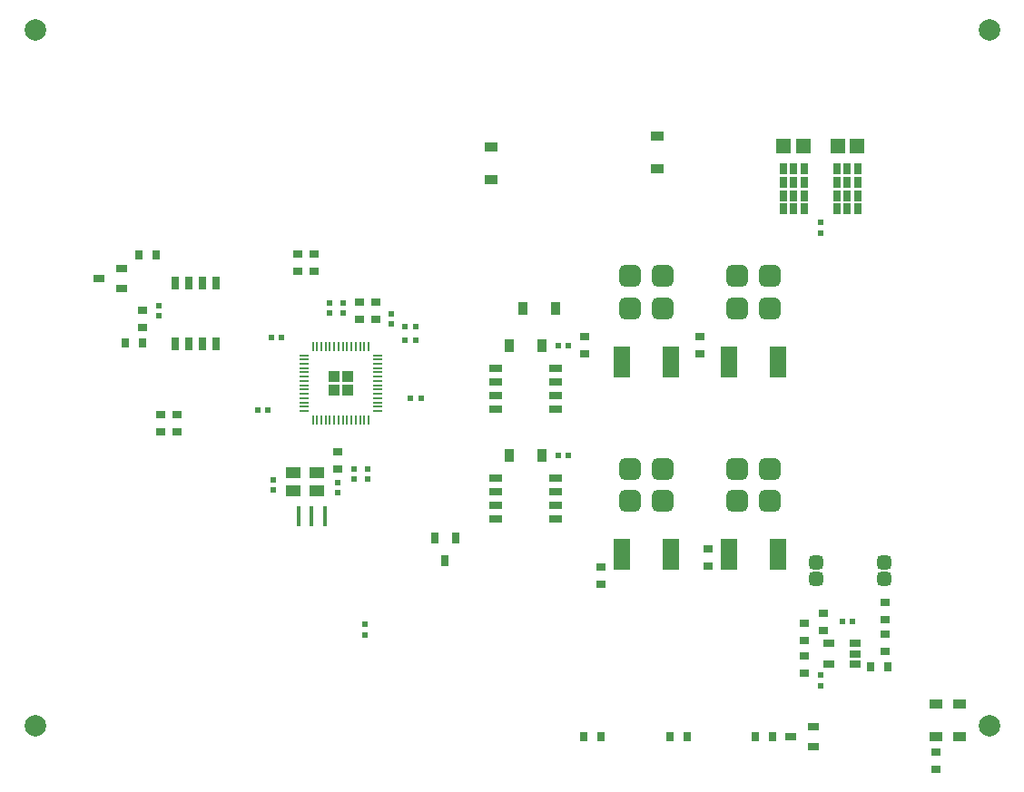
<source format=gtp>
G04 #@! TF.GenerationSoftware,KiCad,Pcbnew,(6.0.11)*
G04 #@! TF.CreationDate,2023-05-10T01:59:27+09:00*
G04 #@! TF.ProjectId,RP2040CommandStation,52503230-3430-4436-9f6d-6d616e645374,rev?*
G04 #@! TF.SameCoordinates,PX6cb8080PY8d24d00*
G04 #@! TF.FileFunction,Paste,Top*
G04 #@! TF.FilePolarity,Positive*
%FSLAX46Y46*%
G04 Gerber Fmt 4.6, Leading zero omitted, Abs format (unit mm)*
G04 Created by KiCad (PCBNEW (6.0.11)) date 2023-05-10 01:59:27*
%MOMM*%
%LPD*%
G01*
G04 APERTURE LIST*
G04 Aperture macros list*
%AMRoundRect*
0 Rectangle with rounded corners*
0 $1 Rounding radius*
0 $2 $3 $4 $5 $6 $7 $8 $9 X,Y pos of 4 corners*
0 Add a 4 corners polygon primitive as box body*
4,1,4,$2,$3,$4,$5,$6,$7,$8,$9,$2,$3,0*
0 Add four circle primitives for the rounded corners*
1,1,$1+$1,$2,$3*
1,1,$1+$1,$4,$5*
1,1,$1+$1,$6,$7*
1,1,$1+$1,$8,$9*
0 Add four rect primitives between the rounded corners*
20,1,$1+$1,$2,$3,$4,$5,0*
20,1,$1+$1,$4,$5,$6,$7,0*
20,1,$1+$1,$6,$7,$8,$9,0*
20,1,$1+$1,$8,$9,$2,$3,0*%
G04 Aperture macros list end*
%ADD10C,2.000000*%
%ADD11R,0.900000X0.700000*%
%ADD12R,0.500000X0.550000*%
%ADD13R,0.750000X1.000000*%
%ADD14R,1.390000X1.400000*%
%ADD15R,1.200000X0.850000*%
%ADD16R,1.000000X0.800000*%
%ADD17R,0.800000X1.000000*%
%ADD18RoundRect,0.325000X-0.325000X-0.325000X0.325000X-0.325000X0.325000X0.325000X-0.325000X0.325000X0*%
%ADD19R,0.700000X0.900000*%
%ADD20R,1.000000X0.700000*%
%ADD21R,1.400000X1.100000*%
%ADD22R,0.800000X1.300000*%
%ADD23RoundRect,0.250000X-0.292217X-0.292217X0.292217X-0.292217X0.292217X0.292217X-0.292217X0.292217X0*%
%ADD24RoundRect,0.050000X-0.387500X-0.050000X0.387500X-0.050000X0.387500X0.050000X-0.387500X0.050000X0*%
%ADD25RoundRect,0.050000X-0.050000X-0.387500X0.050000X-0.387500X0.050000X0.387500X-0.050000X0.387500X0*%
%ADD26R,0.550000X0.500000*%
%ADD27R,0.400000X1.900000*%
%ADD28R,0.850000X1.200000*%
%ADD29RoundRect,0.500000X-0.500000X-0.500000X0.500000X-0.500000X0.500000X0.500000X-0.500000X0.500000X0*%
%ADD30R,1.600000X3.000000*%
%ADD31R,1.300000X0.800000*%
G04 APERTURE END LIST*
D10*
X206000000Y-73000000D03*
X206000000Y-138000000D03*
X117000000Y-138000000D03*
X117000000Y-73000000D03*
D11*
X169750000Y-124800000D03*
X169750000Y-123200000D03*
X168250000Y-101700000D03*
X168250000Y-103300000D03*
X179750000Y-121450000D03*
X179750000Y-123050000D03*
X179000000Y-101700000D03*
X179000000Y-103300000D03*
D12*
X190250000Y-91025000D03*
X190250000Y-91975000D03*
X190250000Y-133275000D03*
X190250000Y-134225000D03*
D13*
X186750000Y-88500000D03*
X187750000Y-86000000D03*
X188750000Y-87250000D03*
X188750000Y-89750000D03*
X187750000Y-87250000D03*
X188750000Y-88500000D03*
X188750000Y-86000000D03*
X186750000Y-87250000D03*
X187750000Y-88500000D03*
X187750000Y-89750000D03*
X186750000Y-86000000D03*
X186750000Y-89750000D03*
D14*
X186830000Y-83888000D03*
X188670000Y-83888000D03*
D15*
X203250000Y-139025000D03*
X203250000Y-135975000D03*
X201000000Y-139025000D03*
X201000000Y-135975000D03*
D16*
X189550000Y-139950000D03*
X189550000Y-138050000D03*
X187450000Y-139000000D03*
D17*
X156200000Y-120450000D03*
X154300000Y-120450000D03*
X155250000Y-122550000D03*
D16*
X125050000Y-97200000D03*
X125050000Y-95300000D03*
X122950000Y-96250000D03*
D18*
X196200000Y-124300000D03*
X196200000Y-122700000D03*
X189800000Y-122700000D03*
X189800000Y-124300000D03*
D11*
X188750000Y-131450000D03*
X188750000Y-133050000D03*
D19*
X194950000Y-132500000D03*
X196550000Y-132500000D03*
D11*
X141500000Y-93950000D03*
X141500000Y-95550000D03*
X143000000Y-95550000D03*
X143000000Y-93950000D03*
X128750000Y-108950000D03*
X128750000Y-110550000D03*
X130250000Y-108950000D03*
X130250000Y-110550000D03*
D19*
X177800000Y-139000000D03*
X176200000Y-139000000D03*
X185800000Y-139000000D03*
X184200000Y-139000000D03*
D11*
X201000000Y-140450000D03*
X201000000Y-142050000D03*
D19*
X128300000Y-94000000D03*
X126700000Y-94000000D03*
D20*
X193450000Y-132200000D03*
X193450000Y-131250000D03*
X193450000Y-130300000D03*
X191050000Y-130300000D03*
X191050000Y-132200000D03*
D11*
X196250000Y-129450000D03*
X196250000Y-131050000D03*
X145250000Y-112450000D03*
X145250000Y-114050000D03*
X148750000Y-98450000D03*
X148750000Y-100050000D03*
X147250000Y-98450000D03*
X147250000Y-100050000D03*
D19*
X127050000Y-102250000D03*
X125450000Y-102250000D03*
D11*
X127000000Y-99200000D03*
X127000000Y-100800000D03*
D21*
X141100000Y-116050000D03*
X143300000Y-116050000D03*
X143300000Y-114350000D03*
X141100000Y-114350000D03*
D22*
X130095000Y-102300000D03*
X131365000Y-102300000D03*
X132635000Y-102300000D03*
X133905000Y-102300000D03*
X133905000Y-96700000D03*
X132635000Y-96700000D03*
X131365000Y-96700000D03*
X130095000Y-96700000D03*
D12*
X128500000Y-98775000D03*
X128500000Y-99725000D03*
D23*
X146137500Y-106637500D03*
X144862500Y-106637500D03*
X144862500Y-105362500D03*
X146137500Y-105362500D03*
D24*
X142062500Y-103400000D03*
X142062500Y-103800000D03*
X142062500Y-104200000D03*
X142062500Y-104600000D03*
X142062500Y-105000000D03*
X142062500Y-105400000D03*
X142062500Y-105800000D03*
X142062500Y-106200000D03*
X142062500Y-106600000D03*
X142062500Y-107000000D03*
X142062500Y-107400000D03*
X142062500Y-107800000D03*
X142062500Y-108200000D03*
X142062500Y-108600000D03*
D25*
X142900000Y-109437500D03*
X143300000Y-109437500D03*
X143700000Y-109437500D03*
X144100000Y-109437500D03*
X144500000Y-109437500D03*
X144900000Y-109437500D03*
X145300000Y-109437500D03*
X145700000Y-109437500D03*
X146100000Y-109437500D03*
X146500000Y-109437500D03*
X146900000Y-109437500D03*
X147300000Y-109437500D03*
X147700000Y-109437500D03*
X148100000Y-109437500D03*
D24*
X148937500Y-108600000D03*
X148937500Y-108200000D03*
X148937500Y-107800000D03*
X148937500Y-107400000D03*
X148937500Y-107000000D03*
X148937500Y-106600000D03*
X148937500Y-106200000D03*
X148937500Y-105800000D03*
X148937500Y-105400000D03*
X148937500Y-105000000D03*
X148937500Y-104600000D03*
X148937500Y-104200000D03*
X148937500Y-103800000D03*
X148937500Y-103400000D03*
D25*
X148100000Y-102562500D03*
X147700000Y-102562500D03*
X147300000Y-102562500D03*
X146900000Y-102562500D03*
X146500000Y-102562500D03*
X146100000Y-102562500D03*
X145700000Y-102562500D03*
X145300000Y-102562500D03*
X144900000Y-102562500D03*
X144500000Y-102562500D03*
X144100000Y-102562500D03*
X143700000Y-102562500D03*
X143300000Y-102562500D03*
X142900000Y-102562500D03*
D26*
X152025000Y-107400000D03*
X152975000Y-107400000D03*
D12*
X144500000Y-99475000D03*
X144500000Y-98525000D03*
D26*
X138725000Y-108500000D03*
X137775000Y-108500000D03*
D12*
X145750000Y-99475000D03*
X145750000Y-98525000D03*
D26*
X139975000Y-101750000D03*
X139025000Y-101750000D03*
D12*
X147750000Y-129475000D03*
X147750000Y-128525000D03*
X150250000Y-100475000D03*
X150250000Y-99525000D03*
D26*
X151525000Y-100750000D03*
X152475000Y-100750000D03*
D12*
X148000000Y-114025000D03*
X148000000Y-114975000D03*
X145250000Y-115275000D03*
X145250000Y-116225000D03*
X139250000Y-115975000D03*
X139250000Y-115025000D03*
X146750000Y-114025000D03*
X146750000Y-114975000D03*
D26*
X151525000Y-102000000D03*
X152475000Y-102000000D03*
D11*
X188750000Y-128450000D03*
X188750000Y-130050000D03*
D15*
X175000000Y-86025000D03*
X175000000Y-82975000D03*
D19*
X169800000Y-139000000D03*
X168200000Y-139000000D03*
D15*
X159500000Y-87025000D03*
X159500000Y-83975000D03*
D27*
X141600000Y-118400000D03*
X142800000Y-118400000D03*
X144000000Y-118400000D03*
D28*
X164275000Y-112750000D03*
X161225000Y-112750000D03*
D29*
X175500000Y-99000000D03*
X175500000Y-96000000D03*
X172500000Y-96000000D03*
X172500000Y-99000000D03*
D30*
X171700000Y-104000000D03*
X176300000Y-104000000D03*
D26*
X165775000Y-112750000D03*
X166725000Y-112750000D03*
D28*
X162475000Y-99000000D03*
X165525000Y-99000000D03*
D11*
X196250000Y-126450000D03*
X196250000Y-128050000D03*
D29*
X182500000Y-117000000D03*
X182500000Y-114000000D03*
X185500000Y-114000000D03*
X185500000Y-117000000D03*
D30*
X181700000Y-122000000D03*
X186300000Y-122000000D03*
D29*
X172500000Y-114000000D03*
X172500000Y-117000000D03*
X175500000Y-114000000D03*
X175500000Y-117000000D03*
D30*
X171700000Y-122000000D03*
X176300000Y-122000000D03*
D28*
X164275000Y-102500000D03*
X161225000Y-102500000D03*
D13*
X191750000Y-89750000D03*
X192750000Y-89750000D03*
X193750000Y-87250000D03*
X191750000Y-88500000D03*
X193750000Y-88500000D03*
X191750000Y-86000000D03*
X193750000Y-86000000D03*
X192750000Y-86000000D03*
X191750000Y-87250000D03*
X192750000Y-87250000D03*
X193750000Y-89750000D03*
X192750000Y-88500000D03*
D14*
X193670000Y-83888000D03*
X191830000Y-83888000D03*
D31*
X159950000Y-104595000D03*
X159950000Y-105865000D03*
X159950000Y-107135000D03*
X159950000Y-108405000D03*
X165550000Y-108405000D03*
X165550000Y-107135000D03*
X165550000Y-105865000D03*
X165550000Y-104595000D03*
D26*
X192275000Y-128250000D03*
X193225000Y-128250000D03*
D31*
X159950000Y-114845000D03*
X159950000Y-116115000D03*
X159950000Y-117385000D03*
X159950000Y-118655000D03*
X165550000Y-118655000D03*
X165550000Y-117385000D03*
X165550000Y-116115000D03*
X165550000Y-114845000D03*
D29*
X185500000Y-96000000D03*
X182500000Y-99000000D03*
X185500000Y-99000000D03*
X182500000Y-96000000D03*
D30*
X181700000Y-104000000D03*
X186300000Y-104000000D03*
D11*
X190500000Y-127450000D03*
X190500000Y-129050000D03*
D26*
X165775000Y-102500000D03*
X166725000Y-102500000D03*
M02*

</source>
